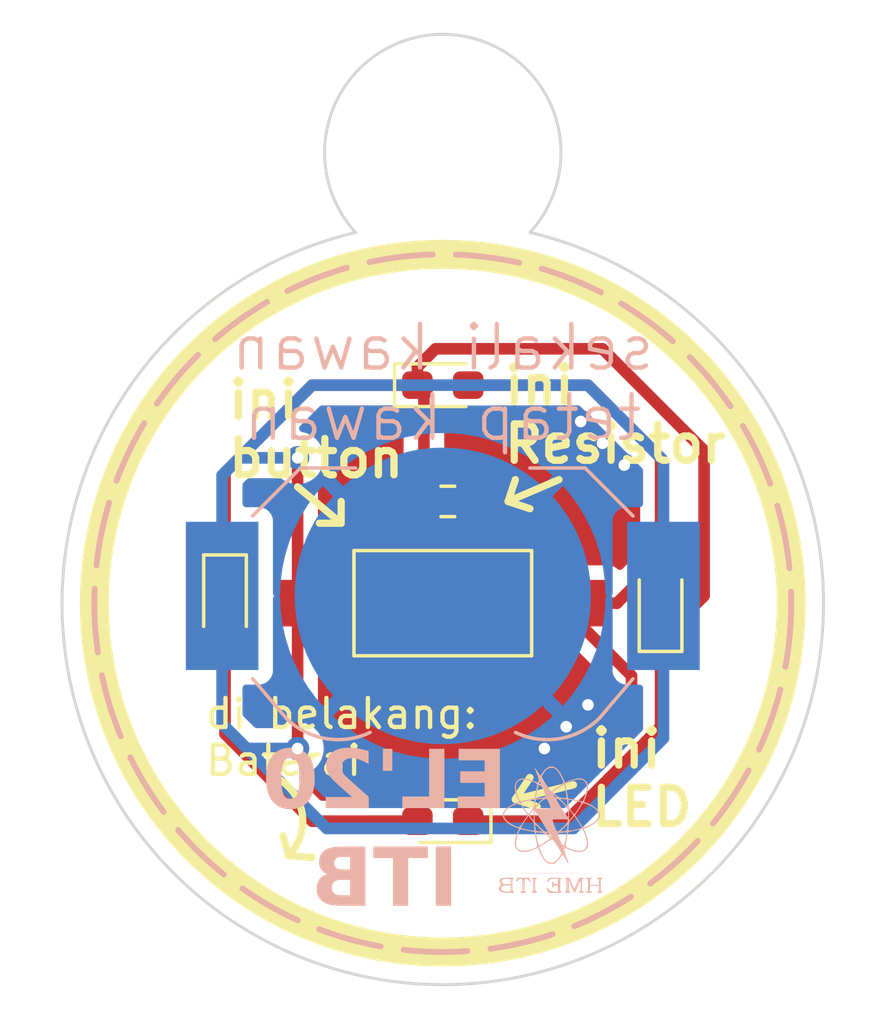
<source format=kicad_pcb>
(kicad_pcb (version 20221018) (generator pcbnew)
  (layers (0 "F.Cu" signal) (31 "B.Cu" signal) (34 "B.Paste" user) (35 "F.Paste" user) (36 "B.SilkS" user "B.Silkscreen") (37 "F.SilkS" user "F.Silkscreen") (38 "B.Mask" user) (39 "F.Mask" user) (44 "Edge.Cuts" user))
  (net 0 "")
  (net 1 "VCC")
  (net 2 "GND")
  (net 3 "Net-(D1-K)")
  (net 4 "IN")
  (footprint "LED_SMD:LED_0603_1608Metric_Pad1.05x0.95mm_HandSolder" (layer "F.Cu") (at 71.5 67.5 -90)
    (fp_text reference "D4" hide)
    (fp_text value "LED")
    (fp_line (start -1.66 -0.735) (end -1.66 0.735) (stroke (width 0.12)) (layer "F.SilkS"))
    (fp_line (start -1.66 0.735) (end 0.8 0.735) (stroke (width 0.12)) (layer "F.SilkS"))
    (fp_line (start 0.8 -0.735) (end -1.66 -0.735) (stroke (width 0.12)) (layer "F.SilkS"))
    (pad "1" smd roundrect (at -0.875 0 270) (size 1.05 0.95) (layers "F.Cu" "F.Paste" "F.Mask") (net 3 "Net-(D1-K)"))
    (pad "2" smd roundrect (at 0.875 0 270) (size 1.05 0.95) (layers "F.Cu" "F.Paste" "F.Mask") (net 4 "IN"))
  )
  (footprint "LED_SMD:LED_0603_1608Metric_Pad1.05x0.95mm_HandSolder" (layer "F.Cu") (at 79 75 180)
    (fp_text reference "D2" hide)
    (fp_text value "LED")
    (fp_line (start -1.66 -0.735) (end -1.66 0.735) (stroke (width 0.12)) (layer "F.SilkS"))
    (fp_line (start -1.66 0.735) (end 0.8 0.735) (stroke (width 0.12)) (layer "F.SilkS"))
    (fp_line (start 0.8 -0.735) (end -1.66 -0.735) (stroke (width 0.12)) (layer "F.SilkS"))
    (pad "1" smd roundrect (at -0.875 0 180) (size 1.05 0.95) (layers "F.Cu" "F.Paste" "F.Mask") (net 3 "Net-(D1-K)"))
    (pad "2" smd roundrect (at 0.875 0 180) (size 1.05 0.95) (layers "F.Cu" "F.Paste" "F.Mask") (net 4 "IN"))
  )
  (footprint "LED_SMD:LED_0603_1608Metric_Pad1.05x0.95mm_HandSolder" (layer "F.Cu") (at 79 60)
    (fp_text reference "D1" hide)
    (fp_text value "LED")
    (fp_line (start -1.66 -0.735) (end -1.66 0.735) (stroke (width 0.12)) (layer "F.SilkS"))
    (fp_line (start -1.66 0.735) (end 0.8 0.735) (stroke (width 0.12)) (layer "F.SilkS"))
    (fp_line (start 0.8 -0.735) (end -1.66 -0.735) (stroke (width 0.12)) (layer "F.SilkS"))
    (pad "1" smd roundrect (at -0.875 0) (size 1.05 0.95) (layers "F.Cu" "F.Paste" "F.Mask") (net 3 "Net-(D1-K)"))
    (pad "2" smd roundrect (at 0.875 0) (size 1.05 0.95) (layers "F.Cu" "F.Paste" "F.Mask") (net 4 "IN"))
  )
  (footprint "Button_Switch_SMD:SW_SPST_FSMSM" (layer "F.Cu") (at 79 67.5)
    (fp_text reference "SW1" hide)
    (fp_text value "SW_Push")
    (fp_line (start -3.06 -1.81) (end 3.06 -1.81) (stroke (width 0.12)) (layer "F.SilkS"))
    (fp_line (start -3.06 1.81) (end -3.06 -1.81) (stroke (width 0.12)) (layer "F.SilkS"))
    (fp_line (start 3.06 -1.81) (end 3.06 1.81) (stroke (width 0.12)) (layer "F.SilkS"))
    (fp_line (start 3.06 1.81) (end -3.06 1.81) (stroke (width 0.12)) (layer "F.SilkS"))
    (pad "1" smd rect (at -4.59 0) (size 2.18 1.6) (layers "F.Cu" "F.Paste" "F.Mask") (net 1 "VCC"))
    (pad "2" smd rect (at 4.59 0) (size 2.18 1.6) (layers "F.Cu" "F.Paste" "F.Mask") (net 4 "IN"))
  )
  (footprint "LED_SMD:LED_0603_1608Metric_Pad1.05x0.95mm_HandSolder" (layer "F.Cu") (at 86.5 67.5 90)
    (fp_text reference "D3" hide)
    (fp_text value "LED")
    (fp_line (start -1.66 -0.735) (end -1.66 0.735) (stroke (width 0.12)) (layer "F.SilkS"))
    (fp_line (start -1.66 0.735) (end 0.8 0.735) (stroke (width 0.12)) (layer "F.SilkS"))
    (fp_line (start 0.8 -0.735) (end -1.66 -0.735) (stroke (width 0.12)) (layer "F.SilkS"))
    (pad "1" smd roundrect (at -0.875 0 90) (size 1.05 0.95) (layers "F.Cu" "F.Paste" "F.Mask") (net 3 "Net-(D1-K)"))
    (pad "2" smd roundrect (at 0.875 0 90) (size 1.05 0.95) (layers "F.Cu" "F.Paste" "F.Mask") (net 4 "IN"))
  )
  (footprint "Resistor_SMD:R_0603_1608Metric" (layer "F.Cu") (at 79.175 64)
    (fp_text reference "R1" hide)
    (fp_text value "R")
    (fp_line (start -0.237258 -0.5225) (end 0.237258 -0.5225) (stroke (width 0.12)) (layer "F.SilkS"))
    (fp_line (start -0.237258 0.5225) (end 0.237258 0.5225) (stroke (width 0.12)) (layer "F.SilkS"))
    (pad "1" smd roundrect (at -0.825 0) (size 0.8 0.95) (layers "F.Cu" "F.Paste" "F.Mask") (net 3 "Net-(D1-K)"))
    (pad "2" smd roundrect (at 0.825 0) (size 0.8 0.95) (layers "F.Cu" "F.Paste" "F.Mask") (net 2 "GND"))
  )
  (footprint "MountingHole:MountingHole_3.2mm_M3" (layer "F.Cu") (at 79 52)
    (fp_text reference "H1" hide)
    (fp_text value "MountingHole")
    (pad "" np_thru_hole circle (at 0 0) (size 3.2 3.2) (drill 3.2) (layers "*.Cu" "*.Mask"))
  )
  (footprint "Battery:BatteryHolder_LINX_BAT-HLD-012-SMT" (layer "B.Cu") (at 79 67.25 180)
    (fp_text reference "BT1" hide)
    (fp_text value "Battery_Cell")
    (fp_line (start -6.55 -2.85) (end -5.4 -4.2) (stroke (width 0.12)) (layer "B.SilkS"))
    (fp_line (start -6.55 2.75) (end -4.9 4.4) (stroke (width 0.12)) (layer "B.SilkS"))
    (fp_line (start -4.9 4.4) (end -3 4.4) (stroke (width 0.12)) (layer "B.SilkS"))
    (fp_line (start 4.9 4.4) (end 3 4.4) (stroke (width 0.12)) (layer "B.SilkS"))
    (fp_line (start 4.9 4.4) (end 6.55 2.75) (stroke (width 0.12)) (layer "B.SilkS"))
    (fp_line (start 6.55 -2.85) (end 5.4 -4.2) (stroke (width 0.12)) (layer "B.SilkS"))
    (fp_arc (start -5.4 -4.2) (mid -4.031094 -4.908816) (end -2.504098 -4.697607) (stroke (width 0.12)) (layer "B.SilkS"))
    (fp_arc (start 2.501694 -4.696459) (mid 4.029781 -4.909041) (end 5.4 -4.2) (stroke (width 0.12)) (layer "B.SilkS"))
    (pad "1" smd rect (at -7.6 0 180) (size 2.5 5.1) (layers "B.Cu" "B.Paste" "B.Mask") (net 1 "VCC"))
    (pad "1" smd rect (at 7.6 0 180) (size 2.5 5.1) (layers "B.Cu" "B.Paste" "B.Mask") (net 1 "VCC"))
    (pad "2" smd circle (at 0 0 180) (size 10.2 10.2) (layers "B.Cu" "B.Mask") (net 2 "GND"))
  )
  (footprint "batik_img:HME_ITB_small" (layer "B.Cu") (at 82.75 75.25 180)
    (fp_text reference "G***" hide)
    (fp_text value "LOGO" hide)
    (fp_poly (pts (xy 0.392797 -1.532907) (xy 0.672438 -1.533498) (xy 0.92714 -1.534412) (xy 1.005213 -1.534792) (xy 1.119546 -1.535481) (xy 1.195758 -1.536144) (xy 1.234958 -1.536775) (xy 1.238251 -1.537367) (xy 1.206746 -1.537916) (xy 1.141549 -1.538416) (xy 1.043768 -1.53886) (xy 0.91451 -1.539243) (xy 0.754882 -1.539559) (xy 0.565993 -1.539803) (xy 0.348948 -1.539968) (xy 0.104855 -1.540048) (xy 0 -1.540055) (xy -0.254591 -1.54001) (xy -0.482577 -1.539878) (xy -0.68285 -1.539666) (xy -0.854304 -1.539378) (xy -0.99583 -1.539021) (xy -1.106322 -1.5386) (xy -1.184672 -1.538122) (xy -1.229773 -1.537592) (xy -1.240518 -1.537016) (xy -1.2158 -1.5364) (xy -1.15451 -1.535749) (xy -1.055543 -1.53507) (xy -1.005212 -1.534792) (xy -0.761285 -1.533769) (xy -0.488827 -1.533069) (xy -0.19853 -1.532692) (xy 0.098909 -1.532638)) (fill solid) (layer "B.SilkS"))
    (fp_poly (pts (xy 0.656888 -1.702138) (xy 0.692046 -1.706811) (xy 0.696057 -1.714381) (xy 0.672964 -1.726155) (xy 0.671776 -1.726635) (xy 0.652165 -1.736796) (xy 0.639424 -1.753395) (xy 0.63208 -1.78399) (xy 0.628658 -1.836139) (xy 0.627682 -1.917399) (xy 0.627645 -1.952787) (xy 0.628217 -2.045812) (xy 0.630794 -2.106856) (xy 0.636669 -2.143162) (xy 0.647133 -2.16197) (xy 0.663478 -2.170521) (xy 0.666652 -2.171402) (xy 0.693449 -2.186423) (xy 0.694916 -2.198987) (xy 0.671426 -2.20922) (xy 0.625697 -2.21483) (xy 0.57158 -2.215813) (xy 0.522924 -2.212164) (xy 0.493581 -2.203881) (xy 0.490348 -2.199045) (xy 0.506671 -2.180732) (xy 0.529576 -2.17146) (xy 0.54701 -2.163913) (xy 0.558359 -2.147389) (xy 0.564913 -2.114664) (xy 0.56796 -2.058513) (xy 0.56879 -1.971709) (xy 0.568803 -1.951583) (xy 0.568238 -1.858249) (xy 0.565687 -1.796918) (xy 0.559869 -1.76037) (xy 0.549504 -1.741386) (xy 0.53331 -1.732747) (xy 0.529796 -1.731764) (xy 0.499302 -1.718787) (xy 0.503573 -1.707382) (xy 0.538159 -1.700113) (xy 0.586544 -1.699054)) (fill solid) (layer "B.SilkS"))
    (fp_poly (pts (xy 0.809076 -1.680478) (xy 0.838651 -1.688101) (xy 0.897068 -1.693208) (xy 0.97398 -1.695076) (xy 1.012334 -1.694658) (xy 1.191077 -1.690741) (xy 1.211204 -1.75632) (xy 1.223219 -1.810827) (xy 1.215522 -1.831434) (xy 1.188274 -1.818067) (xy 1.153448 -1.783895) (xy 1.097245 -1.7381) (xy 1.054122 -1.729579) (xy 1.034703 -1.734406) (xy 1.021764 -1.747012) (xy 1.013704 -1.774471) (xy 1.008918 -1.823856) (xy 1.005802 -1.90224) (xy 1.004532 -1.948338) (xy 1.00254 -2.042142) (xy 1.003199 -2.103946) (xy 1.007617 -2.140947) (xy 1.016903 -2.160344) (xy 1.032164 -2.169332) (xy 1.038857 -2.171282) (xy 1.071014 -2.186788) (xy 1.078765 -2.199045) (xy 1.061597 -2.209266) (xy 1.019328 -2.214851) (xy 0.965808 -2.215804) (xy 0.914889 -2.212127) (xy 0.88042 -2.203826) (xy 0.874197 -2.198987) (xy 0.881205 -2.181167) (xy 0.903141 -2.171224) (xy 0.920581 -2.164099) (xy 0.931695 -2.148892) (xy 0.937587 -2.118406) (xy 0.939357 -2.065443) (xy 0.93811 -1.982807) (xy 0.937244 -1.948571) (xy 0.932132 -1.84074) (xy 0.922052 -1.769418) (xy 0.90487 -1.731987) (xy 0.878453 -1.72583) (xy 0.840667 -1.74833) (xy 0.802602 -1.783415) (xy 0.764141 -1.820147) (xy 0.738429 -1.841507) (xy 0.734013 -1.843707) (xy 0.725988 -1.827346) (xy 0.736908 -1.780724) (xy 0.755137 -1.7328) (xy 0.779468 -1.687158) (xy 0.801214 -1.67651)) (fill solid) (layer "B.SilkS"))
    (fp_poly (pts (xy 0.103887 -1.696602) (xy 0.129372 -1.770155) (xy 0.143979 -1.822674) (xy 0.139565 -1.84089) (xy 0.116189 -1.824773) (xy 0.086836 -1.790872) (xy 0.058178 -1.761306) (xy 0.023195 -1.743852) (xy -0.030284 -1.734196) (xy -0.085523 -1.729746) (xy -0.215753 -1.721453) (xy -0.215753 -1.823051) (xy -0.215753 -1.924648) (xy -0.152007 -1.918502) (xy -0.09453 -1.900192) (xy -0.068901 -1.868224) (xy -0.046955 -1.830634) (xy -0.031249 -1.831446) (xy -0.02207 -1.870289) (xy -0.019614 -1.931969) (xy -0.023487 -1.996032) (xy -0.033465 -2.032904) (xy -0.047081 -2.038819) (xy -0.061869 -2.010007) (xy -0.064525 -2.000618) (xy -0.082341 -1.972737) (xy -0.123139 -1.962058) (xy -0.145268 -1.96139) (xy -0.215753 -1.96139) (xy -0.215753 -2.069267) (xy -0.215753 -2.177143) (xy -0.12686 -2.177143) (xy -0.03855 -2.168259) (xy 0.036765 -2.144264) (xy 0.089397 -2.109141) (xy 0.107308 -2.080864) (xy 0.128436 -2.048132) (xy 0.147236 -2.039846) (xy 0.161638 -2.045946) (xy 0.161525 -2.070008) (xy 0.146587 -2.120672) (xy 0.14407 -2.128108) (xy 0.113996 -2.216371) (xy -0.119527 -2.216371) (xy -0.222293 -2.214789) (xy -0.298251 -2.210296) (xy -0.34287 -2.203274) (xy -0.35305 -2.196757) (xy -0.337164 -2.179356) (xy -0.323629 -2.177143) (xy -0.310476 -2.170989) (xy -0.301809 -2.148388) (xy -0.296784 -2.103128) (xy -0.294556 -2.028999) (xy -0.294208 -1.960775) (xy -0.29521 -1.862094) (xy -0.298769 -1.796199) (xy -0.30571 -1.756687) (xy -0.316863 -1.737154) (xy -0.323629 -1.733116) (xy -0.351196 -1.718179) (xy -0.344486 -1.7072) (xy -0.302246 -1.699943) (xy -0.223227 -1.696173) (xy -0.124582 -1.695541)) (fill solid) (layer "B.SilkS"))
    (fp_poly (pts (xy 1.512062 -1.693083) (xy 1.613371 -1.69796) (xy 1.683118 -1.704931) (xy 1.728959 -1.715294) (xy 1.758552 -1.730346) (xy 1.765468 -1.736026) (xy 1.799346 -1.78888) (xy 1.79728 -1.846409) (xy 1.765818 -1.892228) (xy 1.740832 -1.917897) (xy 1.742708 -1.936666) (xy 1.773474 -1.963648) (xy 1.775625 -1.96534) (xy 1.813484 -2.015771) (xy 1.823712 -2.076565) (xy 1.804777 -2.132709) (xy 1.79401 -2.145582) (xy 1.755373 -2.170776) (xy 1.699862 -2.193306) (xy 1.691037 -2.195908) (xy 1.637911 -2.205575) (xy 1.566134 -2.212093) (xy 1.485961 -2.215382) (xy 1.407646 -2.215366) (xy 1.341441 -2.211967) (xy 1.297601 -2.205106) (xy 1.286089 -2.198987) (xy 1.293014 -2.181096) (xy 1.314352 -2.171402) (xy 1.331693 -2.163828) (xy 1.342982 -2.147166) (xy 1.3495 -2.114199) (xy 1.352528 -2.057707) (xy 1.353348 -1.970471) (xy 1.353353 -1.96139) (xy 1.412201 -1.96139) (xy 1.412201 -2.056191) (xy 1.414703 -2.114295) (xy 1.421059 -2.154759) (xy 1.425277 -2.164067) (xy 1.455477 -2.173848) (xy 1.510142 -2.17703) (xy 1.575168 -2.174168) (xy 1.636451 -2.165818) (xy 1.676536 -2.154167) (xy 1.723661 -2.11572) (xy 1.740628 -2.064084) (xy 1.724432 -2.011154) (xy 1.715501 -1.999828) (xy 1.687892 -1.978234) (xy 1.64724 -1.966357) (xy 1.582781 -1.961748) (xy 1.546458 -1.96139) (xy 1.412201 -1.96139) (xy 1.353353 -1.96139) (xy 1.353359 -1.951583) (xy 1.353181 -1.922162) (xy 1.410052 -1.922162) (xy 1.514099 -1.921873) (xy 1.584003 -1.91704) (xy 1.645046 -1.905067) (xy 1.667182 -1.896865) (xy 1.711332 -1.858781) (xy 1.721239 -1.812576) (xy 1.696009 -1.768109) (xy 1.679974 -1.755597) (xy 1.618691 -1.73315) (xy 1.529143 -1.729708) (xy 1.526765 -1.72984) (xy 1.422008 -1.73583) (xy 1.41603 -1.828996) (xy 1.410052 -1.922162) (xy 1.353181 -1.922162) (xy 1.352794 -1.858249) (xy 1.350243 -1.796918) (xy 1.344425 -1.76037) (xy 1.33406 -1.741386) (xy 1.317866 -1.732747) (xy 1.314352 -1.731764) (xy 1.287732 -1.71649) (xy 1.286507 -1.703504) (xy 1.309572 -1.696793) (xy 1.363469 -1.692683) (xy 1.439864 -1.691558)) (fill solid) (layer "B.SilkS"))
    (fp_poly (pts (xy -1.645123 -1.694825) (xy -1.63776 -1.695369) (xy -1.577575 -1.700847) (xy -1.552198 -1.706512) (xy -1.557277 -1.714886) (xy -1.583822 -1.726635) (xy -1.610693 -1.743395) (xy -1.623886 -1.773238) (xy -1.627869 -1.827951) (xy -1.627953 -1.843075) (xy -1.627953 -1.941776) (xy -1.471042 -1.941776) (xy -1.314131 -1.941776) (xy -1.314131 -1.843075) (xy -1.316796 -1.781906) (xy -1.327768 -1.747989) (xy -1.351515 -1.729535) (xy -1.358262 -1.726635) (xy -1.385125 -1.714917) (xy -1.389953 -1.707572) (xy -1.36774 -1.702641) (xy -1.313483 -1.698166) (xy -1.279807 -1.695943) (xy -1.219011 -1.69571) (xy -1.183336 -1.702697) (xy -1.177159 -1.714449) (xy -1.204853 -1.728511) (xy -1.216062 -1.731706) (xy -1.233496 -1.739253) (xy -1.244845 -1.755777) (xy -1.251399 -1.788502) (xy -1.254446 -1.844654) (xy -1.255276 -1.931457) (xy -1.255289 -1.951583) (xy -1.25473 -2.044891) (xy -1.252193 -2.106202) (xy -1.24639 -2.142741) (xy -1.236031 -2.161733) (xy -1.219827 -2.170404) (xy -1.216062 -2.17146) (xy -1.180721 -2.186401) (xy -1.180703 -2.200851) (xy -1.212184 -2.211832) (xy -1.271337 -2.216366) (xy -1.273746 -2.216371) (xy -1.335512 -2.212296) (xy -1.37413 -2.201979) (xy -1.384648 -2.188284) (xy -1.362116 -2.174076) (xy -1.352001 -2.171105) (xy -1.32782 -2.159255) (xy -1.317339 -2.133183) (xy -1.316969 -2.081823) (xy -1.317897 -2.065902) (xy -1.323938 -1.971197) (xy -1.471042 -1.971197) (xy -1.618146 -1.971197) (xy -1.624187 -2.065902) (xy -1.625574 -2.124367) (xy -1.617644 -2.15509) (xy -1.59681 -2.169139) (xy -1.590084 -2.171105) (xy -1.56258 -2.186112) (xy -1.560683 -2.198987) (xy -1.584172 -2.20922) (xy -1.629901 -2.21483) (xy -1.684019 -2.215813) (xy -1.732675 -2.212164) (xy -1.762017 -2.203881) (xy -1.765251 -2.199045) (xy -1.748928 -2.180732) (xy -1.726023 -2.17146) (xy -1.708547 -2.163886) (xy -1.697187 -2.147299) (xy -1.690644 -2.114452) (xy -1.687617 -2.058098) (xy -1.686806 -1.970989) (xy -1.686795 -1.952787) (xy -1.687272 -1.860003) (xy -1.689686 -1.798912) (xy -1.695511 -1.761982) (xy -1.706223 -1.741681) (xy -1.723295 -1.730476) (xy -1.730926 -1.727356) (xy -1.756245 -1.711746) (xy -1.747191 -1.700024) (xy -1.708553 -1.693836)) (fill solid) (layer "B.SilkS"))
    (fp_poly (pts (xy -0.514883 -1.691611) (xy -0.493977 -1.6964) (xy -0.45988 -1.707461) (xy -0.460537 -1.718777) (xy -0.475914 -1.728533) (xy -0.491172 -1.742282) (xy -0.501151 -1.76792) (xy -0.506903 -1.81267) (xy -0.509479 -1.883755) (xy -0.509961 -1.962365) (xy -0.509115 -2.05869) (xy -0.506008 -2.122041) (xy -0.499786 -2.158647) (xy -0.489597 -2.174736) (xy -0.48054 -2.177143) (xy -0.454439 -2.187734) (xy -0.451119 -2.196757) (xy -0.46876 -2.207946) (xy -0.513863 -2.215047) (xy -0.549189 -2.216371) (xy -0.605132 -2.212843) (xy -0.64064 -2.203822) (xy -0.647258 -2.196757) (xy -0.631372 -2.179356) (xy -0.617838 -2.177143) (xy -0.604303 -2.17084) (xy -0.595643 -2.147657) (xy -0.59095 -2.101181) (xy -0.589313 -2.025) (xy -0.589346 -1.976101) (xy -0.590275 -1.775058) (xy -0.679984 -1.996557) (xy -0.716897 -2.082949) (xy -0.750012 -2.151681) (xy -0.776018 -2.1964) (xy -0.791602 -2.210753) (xy -0.791634 -2.210743) (xy -0.807353 -2.190507) (xy -0.832971 -2.141357) (xy -0.864672 -2.071134) (xy -0.892231 -2.004076) (xy -0.925282 -1.923499) (xy -0.954333 -1.85851) (xy -0.975893 -1.816568) (xy -0.985598 -1.804601) (xy -0.992046 -1.822704) (xy -0.997056 -1.871331) (xy -0.999913 -1.941784) (xy -1.000309 -1.98284) (xy -0.999543 -2.067848) (xy -0.996155 -2.121512) (xy -0.988508 -2.151707) (xy -0.974964 -2.166303) (xy -0.961081 -2.17146) (xy -0.929284 -2.186985) (xy -0.921853 -2.199045) (xy -0.938876 -2.209691) (xy -0.980262 -2.215179) (xy -1.031489 -2.215513) (xy -1.078033 -2.210698) (xy -1.105372 -2.200738) (xy -1.106807 -2.198987) (xy -1.099882 -2.181096) (xy -1.078544 -2.171402) (xy -1.061161 -2.163801) (xy -1.049862 -2.147075) (xy -1.043354 -2.113986) (xy -1.040346 -2.057291) (xy -1.039546 -1.969748) (xy -1.039536 -1.952787) (xy -1.040019 -1.859975) (xy -1.042449 -1.798831) (xy -1.048303 -1.761795) (xy -1.059054 -1.74131) (xy -1.076177 -1.729818) (xy -1.083668 -1.726635) (xy -1.112438 -1.713403) (xy -1.113713 -1.705472) (xy -1.083454 -1.700834) (xy -1.025605 -1.697806) (xy -0.943025 -1.694435) (xy -0.8705 -1.877704) (xy -0.838603 -1.955803) (xy -0.810854 -2.019174) (xy -0.790972 -2.059566) (xy -0.783991 -2.069616) (xy -0.771318 -2.05632) (xy -0.747936 -2.013618) (xy -0.717465 -1.94862) (xy -0.691274 -1.887431) (xy -0.651594 -1.795265) (xy -0.619535 -1.734848) (xy -0.589677 -1.700931) (xy -0.5566 -1.688268)) (fill solid) (layer "B.SilkS"))
    (fp_poly (pts (xy 0.065833 2.131067) (xy 0.157136 2.08809) (xy 0.246792 2.006561) (xy 0.309129 1.924526) (xy 0.387103 1.807758) (xy 0.482656 1.953824) (xy 0.52525 2.016422) (xy 0.559346 2.061809) (xy 0.579955 2.08357) (xy 0.583617 2.083666) (xy 0.578875 2.059815) (xy 0.56181 2.008131) (xy 0.535323 1.936932) (xy 0.511424 1.876722) (xy 0.476053 1.786825) (xy 0.455129 1.724108) (xy 0.446679 1.680124) (xy 0.44873 1.646427) (xy 0.453607 1.62925) (xy 0.473391 1.572498) (xy 0.575035 1.618915) (xy 0.677392 1.659539) (xy 0.787801 1.693401) (xy 0.892205 1.716784) (xy 0.976548 1.725972) (xy 0.979913 1.725993) (xy 1.077765 1.707729) (xy 1.167255 1.657903) (xy 1.230381 1.590729) (xy 1.265418 1.504773) (xy 1.273942 1.395258) (xy 1.256495 1.267028) (xy 1.21362 1.12493) (xy 1.165762 1.013533) (xy 1.13986 0.958335) (xy 1.130519 0.928721) (xy 1.137203 0.91497) (xy 1.159374 0.907359) (xy 1.159889 0.907225) (xy 1.226257 0.883053) (xy 1.311162 0.842826) (xy 1.402303 0.793396) (xy 1.487377 0.741616) (xy 1.554082 0.69434) (xy 1.575505 0.675706) (xy 1.640298 0.60208) (xy 1.675333 0.53156) (xy 1.686722 0.451367) (xy 1.686796 0.442979) (xy 1.668538 0.365463) (xy 1.617299 0.284247) (xy 1.538376 0.204193) (xy 1.43707 0.130167) (xy 1.318678 0.067035) (xy 1.245359 0.03771) (xy 1.123818 -0.005198) (xy 1.191042 -0.164414) (xy 1.24667 -0.323338) (xy 1.272362 -0.462995) (xy 1.269094 -0.581621) (xy 1.237837 -0.67745) (xy 1.179566 -0.748718) (xy 1.095255 -0.793659) (xy 0.985876 -0.810508) (xy 0.852404 -0.797501) (xy 0.842898 -0.795576) (xy 0.752485 -0.772613) (xy 0.658944 -0.742426) (xy 0.594605 -0.716773) (xy 0.521416 -0.687082) (xy 0.476275 -0.679163) (xy 0.454674 -0.692905) (xy 0.45112 -0.713199) (xy 0.441755 -0.747111) (xy 0.417048 -0.804782) (xy 0.382081 -0.876482) (xy 0.341936 -0.95248) (xy 0.301695 -1.023043) (xy 0.26644 -1.078441) (xy 0.247722 -1.102687) (xy 0.162965 -1.176913) (xy 0.074324 -1.221384) (xy -0.011757 -1.233984) (xy -0.088262 -1.212917) (xy -0.151134 -1.167562) (xy -0.219785 -1.101842) (xy -0.280906 -1.029661) (xy -0.316625 -0.974337) (xy -0.339201 -0.93549) (xy -0.359795 -0.917997) (xy -0.382951 -0.924616) (xy -0.413213 -0.958107) (xy -0.455124 -1.02123) (xy -0.491378 -1.080471) (xy -0.530316 -1.14246) (xy -0.561573 -1.187656) (xy -0.579952 -1.208704) (xy -0.582281 -1.209122) (xy -0.579038 -1.188615) (xy -0.563737 -1.139879) (xy -0.539076 -1.071029) (xy -0.518489 -1.017251) (xy -0.470939 -0.886425) (xy -0.461598 -0.853245) (xy -0.329001 -0.853245) (xy -0.317582 -0.887708) (xy -0.292499 -0.935681) (xy -0.249 -1.001548) (xy -0.191815 -1.070249) (xy -0.162253 -1.100021) (xy -0.107685 -1.145959) (xy -0.062353 -1.169065) (xy -0.010273 -1.176553) (xy 0.007864 -1.176834) (xy 0.083363 -1.167529) (xy 0.146187 -1.134154) (xy 0.16031 -1.123016) (xy 0.205898 -1.083769) (xy 0.239981 -1.047961) (xy 0.269762 -1.005512) (xy 0.302446 -0.946345) (xy 0.339146 -0.872819) (xy 0.383506 -0.776545) (xy 0.412593 -0.700855) (xy 0.42507 -0.649983) (xy 0.419595 -0.628161) (xy 0.416694 -0.627645) (xy 0.395008 -0.617576) (xy 0.347612 -0.590186) (xy 0.28158 -0.549702) (xy 0.206828 -0.502191) (xy 0.120011 -0.447413) (xy 0.058827 -0.412542) (xy 0.016968 -0.394715) (xy -0.011875 -0.391069) (xy -0.028064 -0.39559) (xy -0.055984 -0.420004) (xy -0.096798 -0.46962) (xy -0.143651 -0.535744) (xy -0.166718 -0.571504) (xy -0.214725 -0.648357) (xy -0.259225 -0.719541) (xy -0.29307 -0.773626) (xy -0.302306 -0.78836) (xy -0.323578 -0.825099) (xy -0.329001 -0.853245) (xy -0.461598 -0.853245) (xy -0.442688 -0.786076) (xy -0.433952 -0.717247) (xy -0.444947 -0.680982) (xy -0.448205 -0.678481) (xy -0.477483 -0.678458) (xy -0.525301 -0.694159) (xy -0.543613 -0.70267) (xy -0.673413 -0.757135) (xy -0.804604 -0.792912) (xy -0.928627 -0.808805) (xy -1.036923 -0.80362) (xy -1.110261 -0.781727) (xy -1.184479 -0.725176) (xy -1.233447 -0.6414) (xy -1.254615 -0.535168) (xy -1.255289 -0.510496) (xy -1.254178 -0.499373) (xy -1.216062 -0.499373) (xy -1.202051 -0.608464) (xy -1.160684 -0.690101) (xy -1.092955 -0.74394) (xy -0.999857 -0.76964) (xy -0.882386 -0.766857) (xy -0.741536 -0.735249) (xy -0.637451 -0.6989) (xy -0.583037 -0.67837) (xy -0.541531 -0.661265) (xy -0.51962 -0.647259) (xy -0.411892 -0.647259) (xy -0.396966 -0.666303) (xy -0.392278 -0.666873) (xy -0.373234 -0.651947) (xy -0.372664 -0.647259) (xy -0.38759 -0.628215) (xy -0.392278 -0.627645) (xy -0.411322 -0.642571) (xy -0.411892 -0.647259) (xy -0.51962 -0.647259) (xy -0.51219 -0.64251) (xy -0.494271 -0.617029) (xy -0.487032 -0.579745) (xy -0.489729 -0.525582) (xy -0.50162 -0.449464) (xy -0.521961 -0.346316) (xy -0.550011 -0.21106) (xy -0.559395 -0.165524) (xy -0.571379 -0.141899) (xy -0.588453 -0.131839) (xy -0.526058 -0.131839) (xy -0.498996 -0.276769) (xy -0.476004 -0.391422) (xy -0.454215 -0.484165) (xy -0.434961 -0.550105) (xy -0.419573 -0.58435) (xy -0.414246 -0.588117) (xy -0.388539 -0.578417) (xy -0.380202 -0.573406) (xy -0.356507 -0.545014) (xy -0.326728 -0.491615) (xy -0.294559 -0.42251) (xy -0.263696 -0.346998) (xy -0.259834 -0.336154) (xy 0.058842 -0.336154) (xy 0.074111 -0.352452) (xy 0.114519 -0.38409) (xy 0.171969 -0.425572) (xy 0.238363 -0.471402) (xy 0.305604 -0.516085) (xy 0.365592 -0.554125) (xy 0.410232 -0.580026) (xy 0.430548 -0.588417) (xy 0.438671 -0.57861) (xy 0.49708 -0.57861) (xy 0.505945 -0.618382) (xy 0.546841 -0.656421) (xy 0.612569 -0.691092) (xy 0.695932 -0.720761) (xy 0.789733 -0.743793) (xy 0.886775 -0.758553) (xy 0.97986 -0.763406) (xy 1.061791 -0.756717) (xy 1.12537 -0.736852) (xy 1.143348 -0.725408) (xy 1.199873 -0.657561) (xy 1.227641 -0.565146) (xy 1.226694 -0.447505) (xy 1.197076 -0.303975) (xy 1.175078 -0.232768) (xy 1.139523 -0.135605) (xy 1.108023 -0.072484) (xy 1.076941 -0.038977) (xy 1.042645 -0.03066) (xy 1.014716 -0.037479) (xy 0.972201 -0.049687) (xy 0.902997 -0.065419) (xy 0.819154 -0.082025) (xy 0.780441 -0.088977) (xy 0.701302 -0.103077) (xy 0.638569 -0.114952) (xy 0.600968 -0.122914) (xy 0.594158 -0.125019) (xy 0.588661 -0.144865) (xy 0.577291 -0.19506) (xy 0.561835 -0.267482) (xy 0.548039 -0.334452) (xy 0.529879 -0.423263) (xy 0.513792 -0.500809) (xy 0.501873 -0.557064) (xy 0.49708 -0.57861) (xy 0.438671 -0.57861) (xy 0.444538 -0.571527) (xy 0.461564 -0.529513) (xy 0.466065 -0.514865) (xy 0.481768 -0.453496) (xy 0.499401 -0.3748) (xy 0.509748 -0.323629) (xy 0.523627 -0.254099) (xy 0.536208 -0.196048) (xy 0.542928 -0.168871) (xy 0.545682 -0.150081) (xy 0.535239 -0.140331) (xy 0.504009 -0.13829) (xy 0.444405 -0.142629) (xy 0.41131 -0.145815) (xy 0.329771 -0.156353) (xy 0.270433 -0.172877) (xy 0.216272 -0.201811) (xy 0.163941 -0.239185) (xy 0.110752 -0.281782) (xy 0.072952 -0.316711) (xy 0.058842 -0.336154) (xy -0.259834 -0.336154) (xy -0.241401 -0.284402) (xy 0.021957 -0.284402) (xy 0.027236 -0.289398) (xy 0.057997 -0.268446) (xy 0.111896 -0.223246) (xy 0.136871 -0.201043) (xy 0.185931 -0.156911) (xy 0.135342 -0.156911) (xy 0.102083 -0.1629) (xy 0.074478 -0.18588) (xy 0.045835 -0.233377) (xy 0.021957 -0.284402) (xy -0.241401 -0.284402) (xy -0.237831 -0.274379) (xy -0.220659 -0.213954) (xy -0.215875 -0.175022) (xy -0.218755 -0.166985) (xy -0.241791 -0.16065) (xy -0.293581 -0.153028) (xy -0.363749 -0.145597) (xy -0.377415 -0.144404) (xy -0.526058 -0.131839) (xy -0.588453 -0.131839) (xy -0.601437 -0.124189) (xy -0.657881 -0.108531) (xy -0.700639 -0.099876) (xy -0.700778 -0.099848) (xy 0.142823 -0.099848) (xy 0.152703 -0.112967) (xy 0.186422 -0.110737) (xy 0.201043 -0.107954) (xy 0.217373 -0.100958) (xy 0.32363 -0.100958) (xy 0.411892 -0.095939) (xy 0.470666 -0.091252) (xy 0.513961 -0.085409) (xy 0.523034 -0.083218) (xy 0.536621 -0.06191) (xy 0.550659 -0.015994) (xy 0.553641 -0.001623) (xy 0.596849 -0.001623) (xy 0.597915 -0.04517) (xy 0.610886 -0.069448) (xy 0.64163 -0.077008) (xy 0.696016 -0.070401) (xy 0.779912 -0.052181) (xy 0.837735 -0.038828) (xy 0.93392 -0.016748) (xy 0.997462 -0.000748) (xy 1.033766 0.012643) (xy 1.048236 0.026895) (xy 1.046278 0.04548) (xy 1.033295 0.071868) (xy 1.027447 0.083007) (xy 1.000865 0.129266) (xy 0.959534 0.195397) (xy 0.911187 0.269123) (xy 0.897382 0.289548) (xy 0.800392 0.431992) (xy 0.759763 0.377811) (xy 0.717972 0.325281) (xy 0.670436 0.269694) (xy 0.666035 0.264787) (xy 0.636199 0.225196) (xy 0.617758 0.179634) (xy 0.606603 0.115236) (xy 0.601818 0.063745) (xy 0.596849 -0.001623) (xy 0.553641 -0.001623) (xy 0.562288 0.040051) (xy 0.568649 0.091746) (xy 0.566883 0.124611) (xy 0.564792 0.128233) (xy 0.548464 0.118955) (xy 0.511824 0.087277) (xy 0.461625 0.039194) (xy 0.440191 0.017657) (xy 0.32363 -0.100958) (xy 0.217373 -0.100958) (xy 0.247075 -0.088233) (xy 0.308306 -0.043255) (xy 0.388142 0.029625) (xy 0.424108 0.065226) (xy 0.583428 0.22556) (xy 0.586916 0.406988) (xy 0.586865 0.451118) (xy 0.617838 0.451118) (xy 0.618846 0.37349) (xy 0.621545 0.313442) (xy 0.62545 0.279675) (xy 0.627645 0.275359) (xy 0.643676 0.290261) (xy 0.674718 0.327889) (xy 0.702113 0.364013) (xy 0.737514 0.419637) (xy 0.750362 0.452997) (xy 0.827322 0.452997) (xy 0.965899 0.244751) (xy 1.025816 0.154978) (xy 1.070865 0.094354) (xy 1.109098 0.060196) (xy 1.148568 0.049819) (xy 1.197327 0.060537) (xy 1.263428 0.089666) (xy 1.331201 0.122948) (xy 1.466613 0.20065) (xy 1.564139 0.281746) (xy 1.623576 0.365251) (xy 1.644723 0.450183) (xy 1.62738 0.535558) (xy 1.571343 0.620391) (xy 1.476413 0.703698) (xy 1.453387 0.719659) (xy 1.373833 0.767718) (xy 1.291835 0.808556) (xy 1.214394 0.839785) (xy 1.148513 0.859019) (xy 1.101192 0.863872) (xy 1.079433 0.851956) (xy 1.078765 0.847357) (xy 1.068501 0.82572) (xy 1.040609 0.778683) (xy 0.999438 0.713337) (xy 0.953043 0.64235) (xy 0.827322 0.452997) (xy 0.750362 0.452997) (xy 0.753669 0.461583) (xy 0.752372 0.476028) (xy 0.727242 0.512839) (xy 0.692992 0.55717) (xy 0.658804 0.597858) (xy 0.633861 0.62374) (xy 0.627645 0.627643) (xy 0.623326 0.60949) (xy 0.619978 0.560863) (xy 0.618086 0.490516) (xy 0.617838 0.451118) (xy 0.586865 0.451118) (xy 0.586825 0.485877) (xy 0.583692 0.547431) (xy 0.578117 0.583025) (xy 0.574337 0.588417) (xy 0.559048 0.572557) (xy 0.527504 0.528832) (xy 0.483615 0.463025) (xy 0.431291 0.380918) (xy 0.401722 0.333169) (xy 0.342261 0.236374) (xy 0.285565 0.14436) (xy 0.236888 0.065634) (xy 0.201484 0.008703) (xy 0.192778 -0.005171) (xy 0.156331 -0.065781) (xy 0.142823 -0.099848) (xy -0.700778 -0.099848) (xy -0.789741 -0.081945) (xy -0.882316 -0.061729) (xy -0.940471 -0.047974) (xy -1.019336 -0.033372) (xy -1.064906 -0.037103) (xy -1.070546 -0.040547) (xy -1.089285 -0.070217) (xy -1.11393 -0.128169) (xy -1.141347 -0.204516) (xy -1.1684 -0.289367) (xy -1.191951 -0.372836) (xy -1.208865 -0.445032) (xy -1.216005 -0.496068) (xy -1.216062 -0.499373) (xy -1.254178 -0.499373) (xy -1.246092 -0.418405) (xy -1.221214 -0.306993) (xy -1.184725 -0.190833) (xy -1.140693 -0.084497) (xy -1.130772 -0.064592) (xy -1.111498 -0.023527) (xy -1.114441 -0.004049) (xy -1.143516 0.00695) (xy -1.152844 0.009294) (xy -1.21132 0.029528) (xy -1.030065 0.029528) (xy -1.027469 0.01566) (xy -1.024879 0.013686) (xy -0.999631 0.005486) (xy -0.947074 -0.008281) (xy -0.878208 -0.024744) (xy -0.872818 -0.025979) (xy -0.758279 -0.052343) (xy -0.676915 -0.069627) (xy -0.623382 -0.076181) (xy -0.592337 -0.070352) (xy -0.578437 -0.050489) (xy -0.576339 -0.014941) (xy -0.580699 0.037944) (xy -0.582994 0.063598) (xy -0.58747 0.10588) (xy -0.547331 0.10588) (xy -0.543999 0.057592) (xy -0.539708 0.021983) (xy -0.52876 -0.037174) (xy -0.509954 -0.071636) (xy -0.473869 -0.088488) (xy -0.411083 -0.094814) (xy -0.383085 -0.095794) (xy -0.305243 -0.09807) (xy -0.421191 0.019101) (xy -0.474739 0.071438) (xy -0.517257 0.109674) (xy -0.541936 0.127811) (xy -0.545177 0.128233) (xy -0.547331 0.10588) (xy -0.58747 0.10588) (xy -0.591086 0.140039) (xy -0.604094 0.193947) (xy -0.628481 0.240928) (xy -0.670713 0.296589) (xy -0.688348 0.317937) (xy -0.781793 0.430222) (xy -0.888348 0.269049) (xy -0.951477 0.172426) (xy -0.994511 0.103343) (xy -1.019893 0.057233) (xy -1.030065 0.029528) (xy -1.21132 0.029528) (xy -1.233787 0.037302) (xy -1.329718 0.081938) (xy -1.425448 0.13513) (xy -1.505786 0.188812) (xy -1.533385 0.211442) (xy -1.60906 0.291996) (xy -1.651991 0.370605) (xy -1.667022 0.456545) (xy -1.66704 0.457785) (xy -1.624142 0.457785) (xy -1.604938 0.371468) (xy -1.547581 0.286228) (xy -1.451901 0.203529) (xy -1.317725 0.12483) (xy -1.243709 0.090667) (xy -1.153323 0.055735) (xy -1.092295 0.041022) (xy -1.062194 0.046824) (xy -1.05915 0.055697) (xy -1.048928 0.077677) (xy -1.021134 0.125109) (xy -0.980083 0.19089) (xy -0.932922 0.263621) (xy -0.809523 0.450786) (xy -0.745328 0.450786) (xy -0.734061 0.432284) (xy -0.706079 0.395313) (xy -0.670108 0.350568) (xy -0.634875 0.308749) (xy -0.609105 0.280552) (xy -0.601599 0.274594) (xy -0.600112 0.292749) (xy -0.599613 0.313822) (xy -0.549189 0.313822) (xy -0.549189 0.25846) (xy -0.543017 0.227443) (xy -0.521645 0.190022) (xy -0.480794 0.140604) (xy -0.41618 0.073595) (xy -0.381528 0.039447) (xy -0.305134 -0.034409) (xy -0.250178 -0.080737) (xy -0.210317 -0.097953) (xy -0.179205 -0.084473) (xy -0.150499 -0.038713) (xy -0.117856 0.040911) (xy -0.091409 0.111875) (xy -0.063945 0.189564) (xy -0.044216 0.25281) (xy -0.0347 0.293198) (xy -0.035053 0.30311) (xy -0.057641 0.307137) (xy -0.111703 0.310472) (xy -0.189489 0.312801) (xy -0.283247 0.313805) (xy -0.297477 0.313822) (xy -0.549189 0.313822) (xy -0.599613 0.313822) (xy -0.59896 0.341379) (xy -0.598309 0.41173) (xy -0.598224 0.45112) (xy -0.59833 0.457292) (xy -0.568238 0.457292) (xy -0.564286 0.40975) (xy -0.554092 0.393392) (xy -0.539415 0.409498) (xy -0.507359 0.453657) (xy -0.461442 0.520726) (xy -0.405185 0.605559) (xy -0.342105 0.703013) (xy -0.339418 0.707214) (xy -0.336621 0.711607) (xy 0.040254 0.711607) (xy 0.052579 0.700404) (xy 0.093064 0.692088) (xy 0.165327 0.686215) (xy 0.272985 0.682339) (xy 0.279498 0.682187) (xy 0.374187 0.68059) (xy 0.455438 0.680289) (xy 0.514725 0.681244) (xy 0.543517 0.683412) (xy 0.543745 0.683474) (xy 0.545307 0.70056) (xy 0.522152 0.739581) (xy 0.484973 0.786334) (xy 0.403093 0.874711) (xy 0.326279 0.945135) (xy 0.259729 0.993508) (xy 0.208642 1.015728) (xy 0.193402 1.016331) (xy 0.165701 1.001466) (xy 0.137267 0.96157) (xy 0.104102 0.890707) (xy 0.09676 0.872818) (xy 0.069779 0.80336) (xy 0.049736 0.746664) (xy 0.040472 0.713685) (xy 0.040254 0.711607) (xy -0.336621 0.711607) (xy -0.270177 0.815953) (xy -0.220238 0.896131) (xy -0.187518 0.95207) (xy -0.169929 0.988096) (xy -0.165388 1.008529) (xy -0.17181 1.017695) (xy -0.187108 1.019916) (xy -0.188594 1.019923) (xy -0.222683 1.00985) (xy -0.269859 0.977497) (xy -0.334252 0.919668) (xy -0.390746 0.863376) (xy -0.459513 0.79147) (xy -0.505125 0.738456) (xy -0.532947 0.696298) (xy -0.548348 0.656958) (xy -0.55628 0.615465) (xy -0.565595 0.52841) (xy -0.568238 0.457292) (xy -0.59833 0.457292) (xy -0.599562 0.528858) (xy -0.603147 0.589129) (xy -0.608332 0.623181) (xy -0.611237 0.627645) (xy -0.62877 0.613219) (xy -0.659409 0.577536) (xy -0.694518 0.53199) (xy -0.725458 0.487973) (xy -0.743592 0.456878) (xy -0.745328 0.450786) (xy -0.809523 0.450786) (xy -0.806694 0.455077) (xy -0.920337 0.62472) (xy -0.970475 0.700458) (xy -1.014182 0.76811) (xy -1.045568 0.818474) (xy -1.056561 0.837557) (xy -1.066801 0.853196) (xy -1.015367 0.853196) (xy -0.991132 0.795088) (xy -0.948605 0.725452) (xy -0.889814 0.638535) (xy -0.839154 0.567073) (xy -0.800562 0.516395) (xy -0.777976 0.491829) (xy -0.774897 0.490347) (xy -0.760151 0.504727) (xy -0.728384 0.542647) (xy -0.686124 0.596274) (xy -0.680861 0.603127) (xy -0.633404 0.669074) (xy -0.605499 0.7228) (xy -0.597119 0.755135) (xy -0.553764 0.755135) (xy -0.433962 0.872818) (xy -0.379625 0.927859) (xy -0.338109 0.973082) (xy -0.315964 1.001221) (xy -0.313991 1.005888) (xy -0.331109 1.009996) (xy -0.373486 1.01018) (xy -0.427444 1.007301) (xy -0.479308 1.002218) (xy -0.5154 0.995792) (xy -0.522779 0.992748) (xy -0.52648 0.973774) (xy -0.533068 0.926712) (xy -0.539777 0.872818) (xy -0.553764 0.755135) (xy -0.597119 0.755135) (xy -0.590371 0.78117) (xy -0.582383 0.848301) (xy -0.576627 0.918289) (xy -0.576981 0.957887) (xy -0.585728 0.975745) (xy -0.605148 0.980514) (xy -0.617293 0.980695) (xy -0.657934 0.976644) (xy -0.724253 0.966091) (xy -0.803727 0.951432) (xy -0.883829 0.935063) (xy -0.952035 0.919381) (xy -0.985598 0.910219) (xy -1.013278 0.890349) (xy -1.015367 0.853196) (xy -1.066801 0.853196) (xy -1.073986 0.864168) (xy -1.096423 0.870851) (xy -1.137722 0.86) (xy -1.153903 0.854375) (xy -1.322879 0.784595) (xy -1.454563 0.708585) (xy -1.548783 0.627805) (xy -1.605367 0.543718) (xy -1.624142 0.457785) (xy -1.66704 0.457785) (xy -1.667181 0.467638) (xy -1.648652 0.546202) (xy -1.595854 0.628123) (xy -1.512973 0.709005) (xy -1.404194 0.784451) (xy -1.325541 0.826587) (xy -1.252127 0.860639) (xy -1.190149 0.886738) (xy -1.149431 0.900853) (xy -1.141259 0.902239) (xy -1.128807 0.903006) (xy -1.122411 0.909288) (xy -1.123431 0.927056) (xy -1.133226 0.962284) (xy -1.153157 1.020942) (xy -1.184584 1.109005) (xy -1.194861 1.137606) (xy -1.2398 1.293605) (xy -1.254271 1.424879) (xy -1.210824 1.424879) (xy -1.200579 1.301853) (xy -1.162661 1.159446) (xy -1.109081 1.026226) (xy -1.062603 0.924653) (xy -0.973119 0.951584) (xy -0.908389 0.968045) (xy -0.822679 0.985897) (xy -0.733904 1.001429) (xy -0.72897 1.002191) (xy -0.581006 1.024842) (xy 0.304016 1.024842) (xy 0.430408 0.895428) (xy 0.486292 0.83991) (xy 0.531464 0.798225) (xy 0.559483 0.776157) (xy 0.565174 0.774388) (xy 0.567525 0.796845) (xy 0.564806 0.845992) (xy 0.559957 0.891535) (xy 0.550805 0.953551) (xy 0.547596 0.962635) (xy 0.596637 0.962635) (xy 0.597553 0.911858) (xy 0.602187 0.845986) (xy 0.611513 0.771771) (xy 0.627755 0.716274) (xy 0.657665 0.663067) (xy 0.701862 0.603552) (xy 0.746779 0.550433) (xy 0.784045 0.514235) (xy 0.806389 0.501898) (xy 0.8078 0.502398) (xy 0.825694 0.522841) (xy 0.858963 0.568624) (xy 0.902047 0.631916) (xy 0.929363 0.673595) (xy 0.975463 0.745133) (xy 1.014246 0.805744) (xy 1.040231 0.846843) (xy 1.047156 0.858145) (xy 1.042591 0.883023) (xy 1.006393 0.903712) (xy 0.959885 0.918179) (xy 0.893188 0.934991) (xy 0.816094 0.952179) (xy 0.738394 0.967771) (xy 0.669882 0.979797) (xy 0.62035 0.986288) (xy 0.599785 0.985524) (xy 0.596637 0.962635) (xy 0.547596 0.962635) (xy 0.539337 0.986013) (xy 0.519563 0.998425) (xy 0.491388 1.000309) (xy 0.43149 1.004078) (xy 0.370213 1.012575) (xy 0.304016 1.024842) (xy -0.581006 1.024842) (xy -0.574304 1.025868) (xy -0.555635 1.115163) (xy -0.509108 1.115163) (xy -0.507322 1.073577) (xy -0.491178 1.052863) (xy -0.45805 1.047084) (xy -0.405311 1.050301) (xy -0.377567 1.052828) (xy -0.308388 1.061118) (xy -0.162898 1.061118) (xy -0.155047 1.059856) (xy -0.119169 1.0729) (xy -0.088153 1.098498) (xy -0.070215 1.122677) (xy 0.214153 1.122677) (xy 0.221355 1.103035) (xy 0.232705 1.09098) (xy 0.270766 1.072244) (xy 0.330521 1.058017) (xy 0.362999 1.054148) (xy 0.430026 1.048952) (xy 0.486972 1.044479) (xy 0.504568 1.043072) (xy 0.533522 1.045107) (xy 0.541583 1.065129) (xy 0.536501 1.103282) (xy 0.520069 1.1864) (xy 0.500874 1.273913) (xy 0.481142 1.356751) (xy 0.463101 1.425843) (xy 0.448978 1.472117) (xy 0.442464 1.486237) (xy 0.418109 1.486914) (xy 0.379972 1.47052) (xy 0.341103 1.4311) (xy 0.298109 1.355348) (xy 0.265501 1.280946) (xy 0.234785 1.203288) (xy 0.218149 1.153313) (xy 0.214153 1.122677) (xy -0.070215 1.122677) (xy -0.062221 1.133453) (xy -0.064884 1.145748) (xy -0.092053 1.134412) (xy -0.128257 1.108023) (xy -0.162231 1.075754) (xy -0.162898 1.061118) (xy -0.308388 1.061118) (xy -0.302012 1.061882) (xy -0.248026 1.077382) (xy -0.198614 1.106463) (xy -0.142201 1.151676) (xy -0.080641 1.206419) (xy -0.048642 1.243516) (xy -0.043715 1.267944) (xy -0.06337 1.284677) (xy -0.073552 1.28889) (xy -0.107323 1.306921) (xy -0.15962 1.340556) (xy -0.205946 1.373047) (xy -0.270632 1.417661) (xy -0.333404 1.45697) (xy -0.367031 1.475492) (xy -0.39705 1.49017) (xy -0.417907 1.495357) (xy -0.432874 1.48553) (xy -0.445225 1.455168) (xy -0.458233 1.398748) (xy -0.475171 1.310749) (xy -0.48011 1.28471) (xy -0.499162 1.183562) (xy -0.509108 1.115163) (xy -0.555635 1.115163) (xy -0.522642 1.272972) (xy -0.470979 1.520077) (xy -0.512345 1.554473) (xy -0.56826 1.587405) (xy -0.650827 1.620028) (xy -0.747588 1.648961) (xy -0.846087 1.670826) (xy -0.933868 1.682244) (xy -0.982968 1.682145) (xy -1.079469 1.657155) (xy -1.149875 1.60458) (xy -1.193792 1.526471) (xy -1.210824 1.424879) (xy -1.254271 1.424879) (xy -1.254464 1.426632) (xy -1.238946 1.536094) (xy -1.193339 1.621399) (xy -1.117736 1.681956) (xy -1.108161 1.686807) (xy -1.041448 1.711614) (xy -0.974921 1.725168) (xy -0.959009 1.726023) (xy -0.877139 1.71766) (xy -0.774372 1.695044) (xy -0.664682 1.661887) (xy -0.562045 1.621903) (xy -0.554946 1.618698) (xy -0.452826 1.572063) (xy -0.450654 1.579039) (xy -0.396371 1.579039) (xy -0.380586 1.544546) (xy -0.340956 1.510454) (xy -0.275144 1.467749) (xy -0.238268 1.444529) (xy -0.163171 1.395637) (xy -0.099171 1.351598) (xy -0.054543 1.318239) (xy -0.039301 1.304412) (xy -0.011725 1.279289) (xy 0.014245 1.282841) (xy 0.050186 1.316919) (xy 0.052077 1.319035) (xy 0.090164 1.366891) (xy 0.136834 1.432979) (xy 0.180291 1.498894) (xy 0.502203 1.498894) (xy 0.507038 1.461955) (xy 0.517898 1.399377) (xy 0.532557 1.323868) (xy 0.534551 1.314131) (xy 0.551272 1.231372) (xy 0.566412 1.153718) (xy 0.576792 1.097493) (xy 0.577056 1.09596) (xy 0.585833 1.055761) (xy 0.601477 1.033078) (xy 0.634407 1.02081) (xy 0.695041 1.011853) (xy 0.70162 1.01104) (xy 0.784533 0.997843) (xy 0.879831 0.978426) (xy 0.941467 0.963529) (xy 1.012604 0.946337) (xy 1.060437 0.94353) (xy 1.0936 0.960412) (xy 1.120726 1.002288) (xy 1.150449 1.074461) (xy 1.159051 1.097205) (xy 1.197436 1.216618) (xy 1.222564 1.331995) (xy 1.232519 1.432387) (xy 1.22845 1.493604) (xy 1.194544 1.574673) (xy 1.131372 1.637864) (xy 1.047515 1.675611) (xy 1.015447 1.681348) (xy 0.938273 1.681671) (xy 0.849217 1.669069) (xy 0.756239 1.646369) (xy 0.667297 1.616402) (xy 0.590351 1.581997) (xy 0.533358 1.545982) (xy 0.504279 1.511188) (xy 0.502203 1.498894) (xy 0.180291 1.498894) (xy 0.187385 1.509654) (xy 0.20921 1.544594) (xy 0.372965 1.544594) (xy 0.385186 1.530539) (xy 0.409695 1.537107) (xy 0.421699 1.549498) (xy 0.424239 1.58227) (xy 0.420405 1.59082) (xy 0.402204 1.595977) (xy 0.382332 1.576282) (xy 0.372965 1.544594) (xy 0.20921 1.544594) (xy 0.237118 1.589271) (xy 0.28133 1.664184) (xy 0.315323 1.726747) (xy 0.334394 1.769316) (xy 0.336732 1.78202) (xy 0.316779 1.831439) (xy 0.278273 1.895494) (xy 0.230392 1.961078) (xy 0.182319 2.015086) (xy 0.159807 2.034603) (xy 0.104498 2.066764) (xy 0.04217 2.081537) (xy -0.042226 2.082377) (xy -0.047144 2.082124) (xy -0.104658 2.06152) (xy -0.168665 2.009126) (xy -0.234042 1.930621) (xy -0.295669 1.831683) (xy -0.324064 1.775058) (xy -0.365771 1.685281) (xy -0.390653 1.622946) (xy -0.396371 1.579039) (xy -0.450654 1.579039) (xy -0.439542 1.614719) (xy -0.424459 1.654252) (xy -0.398246 1.715213) (xy -0.369754 1.777562) (xy -0.289773 1.923108) (xy -0.204919 2.031514) (xy -0.116498 2.102497) (xy -0.025813 2.135775)) (fill solid) (layer "B.SilkS"))
  )
  (gr_circle (center 79 67.5) (end 91 67.5) (stroke (width 0.2) (type dash)) (fill none) (layer "B.SilkS"))
  (gr_line (start 81.25 64) (end 81.5 63.25) (stroke (width 0.25)) (layer "F.SilkS"))
  (gr_line (start 75.5 64.75) (end 75.5 64) (stroke (width 0.25)) (layer "F.SilkS"))
  (gr_circle (center 79 67.5) (end 91 67.5) (stroke (width 1)) (fill none) (layer "F.SilkS"))
  (gr_line (start 81.5 74.25) (end 82 73.5) (stroke (width 0.25)) (layer "F.SilkS"))
  (gr_line (start 83 63.25) (end 81.25 64) (stroke (width 0.25)) (layer "F.SilkS"))
  (gr_line (start 75.5 64.75) (end 74.75 64.75) (stroke (width 0.25)) (layer "F.SilkS"))
  (gr_line (start 83.5 73.75) (end 81.5 74.25) (stroke (width 0.25)) (layer "F.SilkS"))
  (gr_line (start 73.685853 76.185853) (end 74.5 76.25) (stroke (width 0.25)) (layer "F.SilkS"))
  (gr_line (start 73.685853 76.185853) (end 73.5 75.5) (stroke (width 0.25)) (layer "F.SilkS"))
  (gr_line (start 74 63.5) (end 75.5 64.75) (stroke (width 0.25)) (layer "F.SilkS"))
  (gr_arc (start 73.25 73.500001) (mid 74.155395 74.731367) (end 73.685853 76.185853) (stroke (width 0.25)) (layer "F.SilkS"))
  (gr_line (start 81.5 74.25) (end 82.25 74.5) (stroke (width 0.25)) (layer "F.SilkS"))
  (gr_line (start 82 73.5) (end 81.5 74.25) (stroke (width 0.25)) (layer "F.SilkS"))
  (gr_line (start 81.25 64) (end 82 64.25) (stroke (width 0.25)) (layer "F.SilkS"))
  (gr_arc (start 82.011338 54.75) (mid 78.995904 80.625296) (end 75.996635 54.748121) (stroke (width 0.1)) (layer "Edge.Cuts"))
  (gr_arc (start 76.000001 54.75) (mid 78.991591 47.930304) (end 82.011338 54.73758) (stroke (width 0.1)) (layer "Edge.Cuts"))
  (gr_text "sekali kawan\ntetap kawan" (at 79 62) (layer "B.SilkS") (effects (font (size 1.5 1.5)) (justify bottom mirror)))
  (gr_text "EL'20\nITB" (at 77 78.25) (layer "B.SilkS") (effects (font (size 2 2) (thickness 0.3) bold) (justify bottom mirror)))
  (gr_text "di belakang:\nBaterai" (at 70.75 73.5) (layer "F.SilkS") (effects (font (size 1 1)) (justify left bottom)))
  (gr_text "ini\nbutton" (at 71.5 63.25) (layer "F.SilkS") (effects (font (size 1.25 1.25) (thickness 0.25) bold) (justify left bottom)))
  (gr_text "ini\nLED" (at 84 75.25) (layer "F.SilkS") (effects (font (size 1.25 1.25) (thickness 0.25) bold) (justify left bottom)))
  (gr_text "ini\nResistor" (at 81 62.75) (layer "F.SilkS") (effects (font (size 1.25 1.25) (thickness 0.25) bold) (justify left bottom)))
  (segment (start 74 67.91) (end 74.41 67.5) (width 0.4) (layer "F.Cu") (net 1))
  (segment (start 74 62.5) (end 74 67.09) (width 0.4) (layer "F.Cu") (net 1))
  (segment (start 74 67.09) (end 74.41 67.5) (width 0.4) (layer "F.Cu") (net 1))
  (segment (start 74 72.5) (end 74 67.91) (width 0.4) (layer "F.Cu") (net 1))
  (via (at 74 62.5) (size 0.8) (drill 0.4) (layers "F.Cu" "B.Cu") (net 1))
  (via (at 74 72.5) (size 0.8) (drill 0.4) (layers "F.Cu" "B.Cu") (net 1))
  (segment (start 71.4 67.25) (end 71.4 71.65) (width 0.4) (layer "B.Cu") (net 1))
  (segment (start 74.5 60) (end 72 62.5) (width 0.4) (layer "B.Cu") (net 1))
  (segment (start 71.4 67.25) (end 71.4 63.1) (width 0.4) (layer "B.Cu") (net 1))
  (segment (start 86.6 67.25) (end 86.6 62.6) (width 0.4) (layer "B.Cu") (net 1))
  (segment (start 72.25 72.5) (end 75 75.25) (width 0.4) (layer "B.Cu") (net 1))
  (segment (start 86.6 62.6) (end 84 60) (width 0.4) (layer "B.Cu") (net 1))
  (segment (start 86.6 72.15) (end 86.6 67.25) (width 0.4) (layer "B.Cu") (net 1))
  (segment (start 84 60) (end 74.5 60) (width 0.4) (layer "B.Cu") (net 1))
  (segment (start 71.4 63.1) (end 72 62.5) (width 0.4) (layer "B.Cu") (net 1))
  (segment (start 75 75.25) (end 83.5 75.25) (width 0.4) (layer "B.Cu") (net 1))
  (segment (start 72.25 72.5) (end 74 72.5) (width 0.4) (layer "B.Cu") (net 1))
  (segment (start 83.5 75.25) (end 86.6 72.15) (width 0.4) (layer "B.Cu") (net 1))
  (segment (start 72 62.5) (end 74 62.5) (width 0.4) (layer "B.Cu") (net 1))
  (segment (start 71.4 71.65) (end 72.25 72.5) (width 0.4) (layer "B.Cu") (net 1))
  (via (at 85.25 62.75) (size 0.8) (drill 0.4) (layers "F.Cu" "B.Cu") (net 2))
  (via (at 82.5 72.5) (size 0.8) (drill 0.4) (layers "F.Cu" "B.Cu") (net 2))
  (via (at 84.5 62) (size 0.8) (drill 0.4) (layers "F.Cu" "B.Cu") (net 2))
  (via (at 83.25 71.75) (size 0.8) (drill 0.4) (layers "F.Cu" "B.Cu") (net 2))
  (via (at 84 71) (size 0.8) (drill 0.4) (layers "F.Cu" "B.Cu") (net 2))
  (via (at 83.75 61.25) (size 0.8) (drill 0.4) (layers "F.Cu" "B.Cu") (net 2))
  (segment (start 78.75 58.75) (end 84.5 58.75) (width 0.4) (layer "F.Cu") (net 3))
  (segment (start 71.5 66.625) (end 71.5 63) (width 0.4) (layer "F.Cu") (net 3))
  (segment (start 74.5 60) (end 78.125 60) (width 0.4) (layer "F.Cu") (net 3))
  (segment (start 78.125 59.375) (end 78.75 58.75) (width 0.4) (layer "F.Cu") (net 3))
  (segment (start 83.25 75) (end 86.5 71.75) (width 0.4) (layer "F.Cu") (net 3))
  (segment (start 86.875 68.375) (end 86.5 68.375) (width 0.4) (layer "F.Cu") (net 3))
  (segment (start 78.35 60.225) (end 78.125 60) (width 0.4) (layer "F.Cu") (net 3))
  (segment (start 86.5 71.75) (end 86.5 68.375) (width 0.4) (layer "F.Cu") (net 3))
  (segment (start 78.125 60) (end 78.125 59.375) (width 0.4) (layer "F.Cu") (net 3))
  (segment (start 88 67.25) (end 86.875 68.375) (width 0.4) (layer "F.Cu") (net 3))
  (segment (start 79.875 75) (end 83.25 75) (width 0.4) (layer "F.Cu") (net 3))
  (segment (start 84.5 58.75) (end 88 62.25) (width 0.4) (layer "F.Cu") (net 3))
  (segment (start 78.35 64) (end 78.35 60.225) (width 0.4) (layer "F.Cu") (net 3))
  (segment (start 88 62.25) (end 88 67.25) (width 0.4) (layer "F.Cu") (net 3))
  (segment (start 71.5 63) (end 74.5 60) (width 0.4) (layer "F.Cu") (net 3))
  (segment (start 82.75 73.75) (end 85.5 71) (width 0.4) (layer "F.Cu") (net 4))
  (segment (start 85 67.5) (end 83.59 67.5) (width 0.4) (layer "F.Cu") (net 4))
  (segment (start 86.5 62.5) (end 86.5 66.625) (width 0.4) (layer "F.Cu") (net 4))
  (segment (start 85.5 71) (end 85.5 70) (width 0.4) (layer "F.Cu") (net 4))
  (segment (start 86.5 66.625) (end 85.875 66.625) (width 0.4) (layer "F.Cu") (net 4))
  (segment (start 79.875 60) (end 84 60) (width 0.4) (layer "F.Cu") (net 4))
  (segment (start 78.125 75) (end 78.125 74.125) (width 0.4) (layer "F.Cu") (net 4))
  (segment (start 85.5 70) (end 83.59 68.09) (width 0.4) (layer "F.Cu") (net 4))
  (segment (start 78.5 73.75) (end 82.75 73.75) (width 0.4) (layer "F.Cu") (net 4))
  (segment (start 71.5 68.375) (end 71.5 72) (width 0.4) (layer "F.Cu") (net 4))
  (segment (start 74.5 75) (end 78.125 75) (width 0.4) (layer "F.Cu") (net 4))
  (segment (start 83.59 68.09) (end 83.59 67.5) (width 0.4) (layer "F.Cu") (net 4))
  (segment (start 84 60) (end 86.5 62.5) (width 0.4) (layer "F.Cu") (net 4))
  (segment (start 85.875 66.625) (end 85 67.5) (width 0.4) (layer "F.Cu") (net 4))
  (segment (start 71.5 72) (end 74.5 75) (width 0.4) (layer "F.Cu") (net 4))
  (segment (start 78.125 74.125) (end 78.5 73.75) (width 0.4) (layer "F.Cu") (net 4))
  (zone (net 2) (net_name "GND") (layers "F&B.Cu") (connect_pads (clearance 0.5)) (min_thickness 0.25) (fill yes (thermal_gap 0.5) (thermal_bridge_width 0.5))
    (polygon (pts (xy 92.75 67.25) (xy 94.25 47) (xy 63.75 46.75) (xy 66 80.25) (xy 87.75 82) (xy 93 69.25)))
  )
)
</source>
